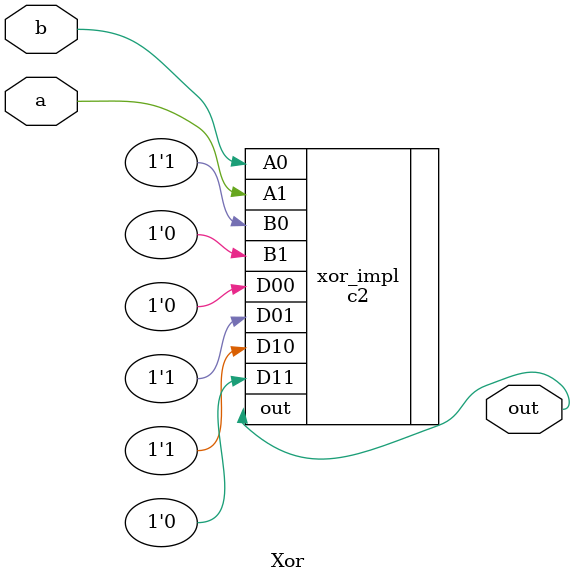
<source format=v>
module Xor(
    input a,
    input b,
    output out
);
    
    c2 xor_impl(
        .D00(1'b0),
        .D01(1'b1),
        .D10(1'b1),
        .D11(1'b0),
        .A1(a),
        .B1(1'b0),
        .A0(b),
        .B0(1'b1),
        .out(out)
    );

endmodule
</source>
